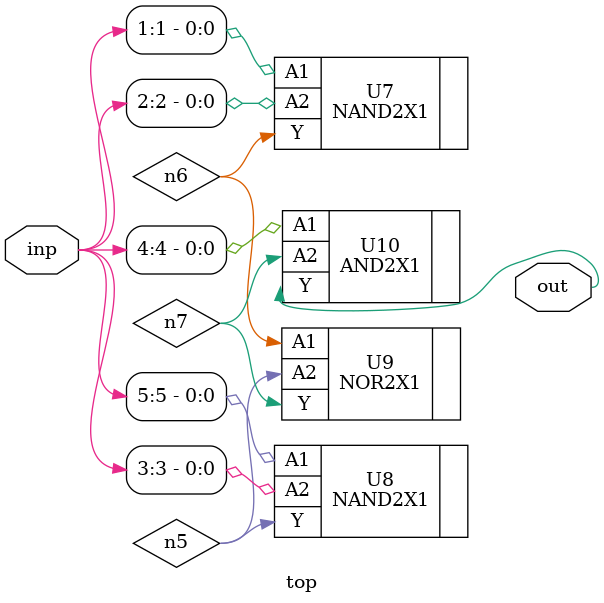
<source format=sv>


module top ( inp, out );
  input [5:0] inp;
  output out;
  wire   n5, n6, n7;

  NAND2X1 U7 ( .A1(inp[1]), .A2(inp[2]), .Y(n6) );
  NAND2X1 U8 ( .A1(inp[5]), .A2(inp[3]), .Y(n5) );
  NOR2X1 U9 ( .A1(n6), .A2(n5), .Y(n7) );
  AND2X1 U10 ( .A1(inp[4]), .A2(n7), .Y(out) );
endmodule


</source>
